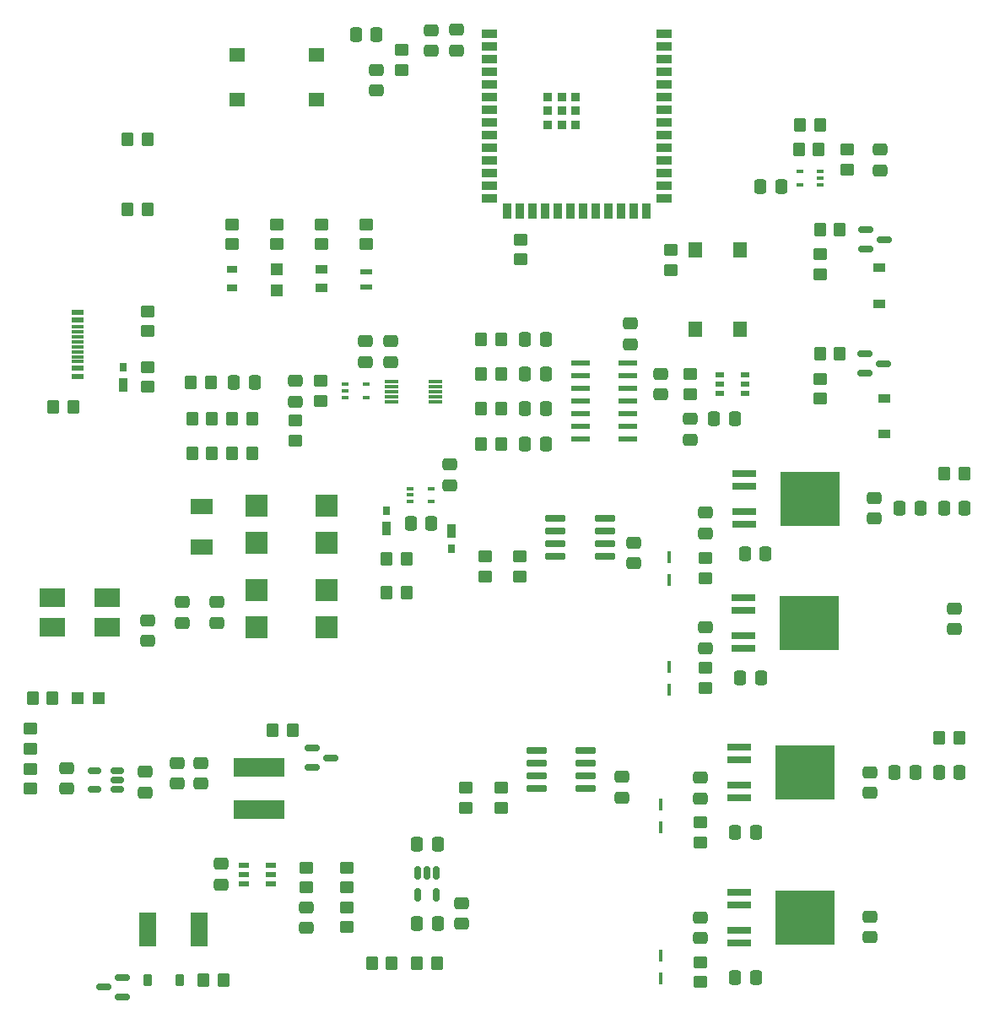
<source format=gbr>
G04 #@! TF.GenerationSoftware,KiCad,Pcbnew,9.0.5*
G04 #@! TF.CreationDate,2025-12-03T21:15:56-08:00*
G04 #@! TF.ProjectId,MusicalTeslaCoil,4d757369-6361-46c5-9465-736c61436f69,REV2*
G04 #@! TF.SameCoordinates,Original*
G04 #@! TF.FileFunction,Paste,Top*
G04 #@! TF.FilePolarity,Positive*
%FSLAX46Y46*%
G04 Gerber Fmt 4.6, Leading zero omitted, Abs format (unit mm)*
G04 Created by KiCad (PCBNEW 9.0.5) date 2025-12-03 21:15:56*
%MOMM*%
%LPD*%
G01*
G04 APERTURE LIST*
G04 Aperture macros list*
%AMRoundRect*
0 Rectangle with rounded corners*
0 $1 Rounding radius*
0 $2 $3 $4 $5 $6 $7 $8 $9 X,Y pos of 4 corners*
0 Add a 4 corners polygon primitive as box body*
4,1,4,$2,$3,$4,$5,$6,$7,$8,$9,$2,$3,0*
0 Add four circle primitives for the rounded corners*
1,1,$1+$1,$2,$3*
1,1,$1+$1,$4,$5*
1,1,$1+$1,$6,$7*
1,1,$1+$1,$8,$9*
0 Add four rect primitives between the rounded corners*
20,1,$1+$1,$2,$3,$4,$5,0*
20,1,$1+$1,$4,$5,$6,$7,0*
20,1,$1+$1,$6,$7,$8,$9,0*
20,1,$1+$1,$8,$9,$2,$3,0*%
G04 Aperture macros list end*
%ADD10R,1.193800X1.193800*%
%ADD11R,2.616200X1.955800*%
%ADD12R,0.900000X0.900000*%
%ADD13R,1.500000X0.900000*%
%ADD14R,0.900000X1.500000*%
%ADD15R,0.762000X0.863600*%
%ADD16R,0.889000X1.397000*%
%ADD17RoundRect,0.250000X-0.450000X0.350000X-0.450000X-0.350000X0.450000X-0.350000X0.450000X0.350000X0*%
%ADD18R,1.150000X0.600000*%
%ADD19R,1.150000X0.300000*%
%ADD20R,0.952500X0.558800*%
%ADD21RoundRect,0.250000X-0.350000X-0.450000X0.350000X-0.450000X0.350000X0.450000X-0.350000X0.450000X0*%
%ADD22RoundRect,0.250000X0.450000X-0.350000X0.450000X0.350000X-0.450000X0.350000X-0.450000X-0.350000X0*%
%ADD23RoundRect,0.250000X-0.475000X0.337500X-0.475000X-0.337500X0.475000X-0.337500X0.475000X0.337500X0*%
%ADD24RoundRect,0.150000X-0.587500X-0.150000X0.587500X-0.150000X0.587500X0.150000X-0.587500X0.150000X0*%
%ADD25RoundRect,0.250000X0.350000X0.450000X-0.350000X0.450000X-0.350000X-0.450000X0.350000X-0.450000X0*%
%ADD26R,1.244600X0.965200*%
%ADD27R,2.489200X0.762000*%
%ADD28R,5.918200X5.511800*%
%ADD29RoundRect,0.250000X0.337500X0.475000X-0.337500X0.475000X-0.337500X-0.475000X0.337500X-0.475000X0*%
%ADD30RoundRect,0.075000X-0.625000X-0.075000X0.625000X-0.075000X0.625000X0.075000X-0.625000X0.075000X0*%
%ADD31RoundRect,0.250000X0.475000X-0.337500X0.475000X0.337500X-0.475000X0.337500X-0.475000X-0.337500X0*%
%ADD32R,5.100000X1.900000*%
%ADD33R,2.184400X2.184400*%
%ADD34R,0.787400X0.304800*%
%ADD35RoundRect,0.250000X-0.337500X-0.475000X0.337500X-0.475000X0.337500X0.475000X-0.337500X0.475000X0*%
%ADD36R,1.400048X1.549908*%
%ADD37R,1.780000X3.500000*%
%ADD38R,0.457200X1.168400*%
%ADD39RoundRect,0.225000X-0.225000X-0.375000X0.225000X-0.375000X0.225000X0.375000X-0.225000X0.375000X0*%
%ADD40RoundRect,0.150000X-0.150000X0.512500X-0.150000X-0.512500X0.150000X-0.512500X0.150000X0.512500X0*%
%ADD41R,1.981200X0.558800*%
%ADD42R,2.209800X1.524000*%
%ADD43R,0.990600X0.762000*%
%ADD44RoundRect,0.150000X0.587500X0.150000X-0.587500X0.150000X-0.587500X-0.150000X0.587500X-0.150000X0*%
%ADD45R,0.787400X0.406400*%
%ADD46RoundRect,0.150000X0.512500X0.150000X-0.512500X0.150000X-0.512500X-0.150000X0.512500X-0.150000X0*%
%ADD47R,1.003300X0.558800*%
%ADD48R,1.549908X1.400048*%
%ADD49R,1.244600X0.508000*%
%ADD50R,1.244600X0.863600*%
%ADD51RoundRect,0.075000X-0.910000X-0.225000X0.910000X-0.225000X0.910000X0.225000X-0.910000X0.225000X0*%
G04 APERTURE END LIST*
D10*
X76000000Y-80108200D03*
X76000000Y-78000000D03*
D11*
X53513600Y-110900000D03*
X53513600Y-113900000D03*
X59000000Y-113900000D03*
X59000000Y-110900000D03*
D12*
X103200000Y-60700000D03*
X103200000Y-62100000D03*
X103200000Y-63500000D03*
X104600000Y-60700000D03*
X104600000Y-62100000D03*
X104600000Y-63500000D03*
X106000000Y-60700000D03*
X106000000Y-62100000D03*
X106000000Y-63500000D03*
D13*
X97350000Y-54380000D03*
X97350000Y-55650000D03*
X97350000Y-56920000D03*
X97350000Y-58190000D03*
X97350000Y-59460000D03*
X97350000Y-60730000D03*
X97350000Y-62000000D03*
X97350000Y-63270000D03*
X97350000Y-64540000D03*
X97350000Y-65810000D03*
X97350000Y-67080000D03*
X97350000Y-68350000D03*
X97350000Y-69620000D03*
X97350000Y-70890000D03*
D14*
X99115000Y-72140000D03*
X100385000Y-72140000D03*
X101655000Y-72140000D03*
X102925000Y-72140000D03*
X104195000Y-72140000D03*
X105465000Y-72140000D03*
X106735000Y-72140000D03*
X108005000Y-72140000D03*
X109275000Y-72140000D03*
X110545000Y-72140000D03*
X111815000Y-72140000D03*
X113085000Y-72140000D03*
D13*
X114850000Y-70890000D03*
X114850000Y-69620000D03*
X114850000Y-68350000D03*
X114850000Y-67080000D03*
X114850000Y-65810000D03*
X114850000Y-64540000D03*
X114850000Y-63270000D03*
X114850000Y-62000000D03*
X114850000Y-60730000D03*
X114850000Y-59460000D03*
X114850000Y-58190000D03*
X114850000Y-56920000D03*
X114850000Y-55650000D03*
X114850000Y-54380000D03*
D15*
X60600000Y-87834700D03*
D16*
X60600000Y-89600000D03*
D17*
X63000000Y-84200000D03*
X63000000Y-82200000D03*
D18*
X55975000Y-82320000D03*
X55975000Y-83120000D03*
D19*
X55975000Y-84270000D03*
X55975000Y-85270000D03*
X55975000Y-85770000D03*
X55975000Y-86770000D03*
D18*
X55975000Y-88720000D03*
X55975000Y-87920000D03*
D19*
X55975000Y-87270000D03*
X55975000Y-86270000D03*
X55975000Y-84770000D03*
X55975000Y-83770000D03*
D17*
X96900000Y-108800000D03*
X96900000Y-106800000D03*
D20*
X120447300Y-88549999D03*
X120447300Y-89500000D03*
X120447300Y-90450001D03*
X123000000Y-90450001D03*
X123000000Y-89500000D03*
X123000000Y-88549999D03*
D21*
X75600000Y-124200000D03*
X77600000Y-124200000D03*
D22*
X118500000Y-135500000D03*
X118500000Y-133500000D03*
D23*
X68400000Y-127525000D03*
X68400000Y-129600000D03*
X93358200Y-97574999D03*
X93358200Y-99649999D03*
D24*
X135062500Y-74050000D03*
X135062500Y-75950000D03*
X136937500Y-75000000D03*
D25*
X132500000Y-74000000D03*
X130500000Y-74000000D03*
X98500000Y-85000000D03*
X96500000Y-85000000D03*
X98500000Y-92000000D03*
X96500000Y-92000000D03*
X69500000Y-93000000D03*
X67500000Y-93000000D03*
D23*
X91524783Y-54042137D03*
X91524783Y-56117137D03*
D26*
X136460000Y-81460000D03*
X136460000Y-77853200D03*
D23*
X135500000Y-142925000D03*
X135500000Y-145000000D03*
D27*
X122414699Y-125960000D03*
X122414699Y-127230000D03*
X122414699Y-129770000D03*
X122414699Y-131040000D03*
D28*
X129000000Y-128500000D03*
D16*
X93500000Y-104234700D03*
D15*
X93500000Y-106000000D03*
D17*
X133200000Y-66000000D03*
X133200000Y-68000000D03*
D22*
X119000000Y-120000000D03*
X119000000Y-118000000D03*
D17*
X80400000Y-89200000D03*
X80400000Y-91200000D03*
D29*
X124075000Y-149000000D03*
X122000000Y-149000000D03*
X91500000Y-103500000D03*
X89425000Y-103500000D03*
D30*
X87500000Y-89300000D03*
X87500000Y-89800000D03*
X87500000Y-90300000D03*
X87500000Y-90800000D03*
X87500000Y-91300000D03*
X91900000Y-91300000D03*
X91900000Y-90800000D03*
X91900000Y-90300000D03*
X91900000Y-89800000D03*
X91900000Y-89300000D03*
D22*
X100500000Y-77000000D03*
X100500000Y-75000000D03*
D31*
X63000000Y-115266600D03*
X63000000Y-113191600D03*
D32*
X74200000Y-132200000D03*
X74200000Y-128000000D03*
D22*
X85000000Y-75500000D03*
X85000000Y-73500000D03*
D33*
X81000000Y-110191600D03*
X81000000Y-113900000D03*
D23*
X94550000Y-141562500D03*
X94550000Y-143637500D03*
D33*
X74000000Y-101691600D03*
X74000000Y-105400000D03*
D21*
X85550000Y-147637500D03*
X87550000Y-147637500D03*
D25*
X69375000Y-89325000D03*
X67375000Y-89325000D03*
X69500000Y-96500000D03*
X67500000Y-96500000D03*
D34*
X89366400Y-100000000D03*
X89366400Y-100649999D03*
X89366400Y-101299998D03*
X91500000Y-101299998D03*
X91500000Y-100000000D03*
D17*
X95000000Y-130000000D03*
X95000000Y-132000000D03*
D35*
X100925000Y-92000000D03*
X103000000Y-92000000D03*
D17*
X51300000Y-128100000D03*
X51300000Y-130100000D03*
D35*
X100925000Y-88500000D03*
X103000000Y-88500000D03*
D10*
X58108200Y-121000000D03*
X56000000Y-121000000D03*
D36*
X122500000Y-76050004D03*
X117999998Y-76050004D03*
X122500000Y-84000000D03*
X117999998Y-84000000D03*
D31*
X119000000Y-104500000D03*
X119000000Y-102425000D03*
D17*
X130500000Y-76500000D03*
X130500000Y-78500000D03*
D22*
X119000000Y-109000000D03*
X119000000Y-107000000D03*
D35*
X124532000Y-69700002D03*
X126607000Y-69700002D03*
D31*
X79000000Y-144075000D03*
X79000000Y-142000000D03*
D17*
X51300000Y-124100000D03*
X51300000Y-126100000D03*
D29*
X92125000Y-135637500D03*
X90050000Y-135637500D03*
D26*
X136968000Y-94556801D03*
X136968000Y-90950001D03*
D37*
X68230000Y-144200000D03*
X63000000Y-144200000D03*
D22*
X83000000Y-140000000D03*
X83000000Y-138000000D03*
D25*
X98500000Y-95500000D03*
X96500000Y-95500000D03*
D17*
X98500000Y-130000000D03*
X98500000Y-132000000D03*
D23*
X135500000Y-128425000D03*
X135500000Y-130500000D03*
D22*
X79000000Y-140000000D03*
X79000000Y-138000000D03*
D38*
X115400000Y-109130300D03*
X115400000Y-106869700D03*
D35*
X119872300Y-92950001D03*
X121947300Y-92950001D03*
D39*
X63000000Y-149300000D03*
X66300000Y-149300000D03*
D35*
X100925000Y-95500000D03*
X103000000Y-95500000D03*
D40*
X92000000Y-138500000D03*
X91050000Y-138500000D03*
X90100000Y-138500000D03*
X90100000Y-140775000D03*
X92000000Y-140775000D03*
D38*
X115400000Y-120130300D03*
X115400000Y-117869700D03*
D41*
X106500000Y-87420000D03*
X106500000Y-88690000D03*
X106500000Y-89960000D03*
X106500000Y-91230000D03*
X106500000Y-92500000D03*
X106500000Y-93770000D03*
X106500000Y-95040000D03*
X111224400Y-95040000D03*
X111224400Y-93770000D03*
X111224400Y-92500000D03*
X111224400Y-91230000D03*
X111224400Y-89960000D03*
X111224400Y-88690000D03*
X111224400Y-87420000D03*
D33*
X81000000Y-101691600D03*
X81000000Y-105400000D03*
D31*
X119000000Y-116000000D03*
X119000000Y-113925000D03*
D17*
X77900000Y-93200000D03*
X77900000Y-95200000D03*
D31*
X62800000Y-130475000D03*
X62800000Y-128400000D03*
D42*
X68500000Y-101830000D03*
X68500000Y-105900000D03*
D23*
X84900000Y-85225000D03*
X84900000Y-87300000D03*
D21*
X128500000Y-63500000D03*
X130500000Y-63500000D03*
X90050000Y-147637500D03*
X92050000Y-147637500D03*
D25*
X53500000Y-121000000D03*
X51500000Y-121000000D03*
D22*
X117500000Y-90500000D03*
X117500000Y-88500000D03*
D21*
X61000000Y-72000000D03*
X63000000Y-72000000D03*
D43*
X71500000Y-79854200D03*
X71500000Y-78000000D03*
D21*
X143000000Y-98500000D03*
X145000000Y-98500000D03*
D25*
X89000000Y-110400000D03*
X87000000Y-110400000D03*
D31*
X114500000Y-90575000D03*
X114500000Y-88500000D03*
D21*
X53600000Y-91800000D03*
X55600000Y-91800000D03*
D22*
X63000000Y-89800000D03*
X63000000Y-87800000D03*
D16*
X87000000Y-104000000D03*
D15*
X87000000Y-102234700D03*
D34*
X82833200Y-89550001D03*
X82833200Y-90200000D03*
X82833200Y-90849999D03*
X84966800Y-90849999D03*
X84966800Y-89550001D03*
D31*
X117500000Y-95075000D03*
X117500000Y-93000000D03*
D25*
X98500000Y-88500000D03*
X96500000Y-88500000D03*
D44*
X60475000Y-150950000D03*
X60475000Y-149050000D03*
X58600000Y-150000000D03*
D22*
X118500000Y-149500000D03*
X118500000Y-147500000D03*
D35*
X142925000Y-102000000D03*
X145000000Y-102000000D03*
D45*
X130532000Y-69500000D03*
X130532000Y-68850001D03*
X130532000Y-68200002D03*
X128500000Y-68200002D03*
X128500000Y-69500000D03*
D25*
X73500000Y-96500000D03*
X71500000Y-96500000D03*
D46*
X59975000Y-130200000D03*
X59975000Y-129250000D03*
X59975000Y-128300000D03*
X57700000Y-128300000D03*
X57700000Y-130200000D03*
D22*
X115500000Y-78050004D03*
X115500000Y-76050004D03*
D25*
X73500000Y-93000000D03*
X71500000Y-93000000D03*
D23*
X87400000Y-85225000D03*
X87400000Y-87300000D03*
D27*
X122914699Y-98460000D03*
X122914699Y-99730000D03*
X122914699Y-102270000D03*
X122914699Y-103540000D03*
D28*
X129500000Y-101000000D03*
D23*
X66000000Y-127525000D03*
X66000000Y-129600000D03*
X143943100Y-112000000D03*
X143943100Y-114075000D03*
D25*
X70650000Y-149300000D03*
X68650000Y-149300000D03*
D47*
X72694900Y-137749999D03*
X72694900Y-138700000D03*
X72694900Y-139650001D03*
X75400000Y-139650001D03*
X75400000Y-138700000D03*
X75400000Y-137749999D03*
D31*
X94000000Y-56075000D03*
X94000000Y-54000000D03*
X118500000Y-131075000D03*
X118500000Y-129000000D03*
D23*
X135943100Y-100925000D03*
X135943100Y-103000000D03*
D24*
X79525000Y-126050000D03*
X79525000Y-127950000D03*
X81400000Y-127000000D03*
D22*
X71500000Y-75500000D03*
X71500000Y-73500000D03*
D17*
X100400000Y-106800000D03*
X100400000Y-108800000D03*
D22*
X80500000Y-75500000D03*
X80500000Y-73500000D03*
D38*
X114500000Y-133933700D03*
X114500000Y-131673100D03*
D29*
X124075000Y-134500000D03*
X122000000Y-134500000D03*
D48*
X79974998Y-61000002D03*
X79974998Y-56500000D03*
X72025002Y-61000002D03*
X72025002Y-56500000D03*
D29*
X73775000Y-89345800D03*
X71700000Y-89345800D03*
D23*
X111500000Y-83425000D03*
X111500000Y-85500000D03*
D22*
X76000000Y-75500000D03*
X76000000Y-73500000D03*
D35*
X90050000Y-143637500D03*
X92125000Y-143637500D03*
D49*
X85000000Y-79749300D03*
X85000000Y-78250700D03*
D29*
X140575000Y-102000000D03*
X138500000Y-102000000D03*
D27*
X122857799Y-110960000D03*
X122857799Y-112230000D03*
X122857799Y-114770000D03*
X122857799Y-116040000D03*
D28*
X129443100Y-113500000D03*
D31*
X70400000Y-139700000D03*
X70400000Y-137625000D03*
D50*
X80500000Y-79854200D03*
X80500000Y-78000000D03*
D21*
X128376050Y-66000000D03*
X130376050Y-66000000D03*
D17*
X88500000Y-56000000D03*
X88500000Y-58000000D03*
D31*
X110600000Y-131000000D03*
X110600000Y-128925000D03*
D25*
X132500000Y-86500000D03*
X130500000Y-86500000D03*
D38*
X114500000Y-149130300D03*
X114500000Y-146869700D03*
D31*
X118500000Y-145075000D03*
X118500000Y-143000000D03*
X111800000Y-107475000D03*
X111800000Y-105400000D03*
D21*
X61000000Y-65000000D03*
X63000000Y-65000000D03*
D23*
X77900000Y-89200000D03*
X77900000Y-91275000D03*
X136500000Y-66000000D03*
X136500000Y-68075000D03*
D33*
X74000000Y-110191600D03*
X74000000Y-113900000D03*
D29*
X86000000Y-54500000D03*
X83925000Y-54500000D03*
D35*
X100925000Y-85000000D03*
X103000000Y-85000000D03*
D29*
X125018100Y-106500000D03*
X122943100Y-106500000D03*
D17*
X130500000Y-89000000D03*
X130500000Y-91000000D03*
D22*
X83000000Y-144000000D03*
X83000000Y-142000000D03*
D23*
X54900000Y-128025000D03*
X54900000Y-130100000D03*
D51*
X102060000Y-126230000D03*
X102060000Y-127500000D03*
X102060000Y-128770000D03*
X102060000Y-130040000D03*
X107000000Y-130040000D03*
X107000000Y-128770000D03*
X107000000Y-127500000D03*
X107000000Y-126230000D03*
D27*
X122414699Y-140460000D03*
X122414699Y-141730000D03*
X122414699Y-144270000D03*
X122414699Y-145540000D03*
D28*
X129000000Y-143000000D03*
D29*
X124575000Y-118990000D03*
X122500000Y-118990000D03*
D31*
X66500000Y-113475000D03*
X66500000Y-111400000D03*
D29*
X140075000Y-128500000D03*
X138000000Y-128500000D03*
D31*
X86000000Y-60075000D03*
X86000000Y-58000000D03*
D35*
X142425000Y-128500000D03*
X144500000Y-128500000D03*
D24*
X135000000Y-86500000D03*
X135000000Y-88400000D03*
X136875000Y-87450000D03*
D31*
X70000000Y-113475000D03*
X70000000Y-111400000D03*
D51*
X103973100Y-102960000D03*
X103973100Y-104230000D03*
X103973100Y-105500000D03*
X103973100Y-106770000D03*
X108913100Y-106770000D03*
X108913100Y-105500000D03*
X108913100Y-104230000D03*
X108913100Y-102960000D03*
D25*
X89000000Y-107045800D03*
X87000000Y-107045800D03*
D21*
X142500000Y-125000000D03*
X144500000Y-125000000D03*
M02*

</source>
